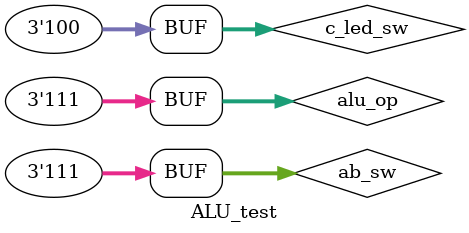
<source format=v>
`timescale 1ns / 10ps


module ALU_test;

	// Inputs
	reg [2:0] alu_op;
	reg [2:0] ab_sw;
	reg [2:0] c_led_sw;
	
	// Outputs
	wire [7:0] led;
	
	// Instantiate the Unit Under Test (UUT)
	ALU_module uut (
		.alu_op(alu_op), 
		.ab_sw(ab_sw), 
		.c_led_sw(c_led_sw), 
		.led(led)
	);
	
	initial begin
		// Initialize Inputs
		alu_op = 3'b000; ab_sw = 3'b000; c_led_sw = 3'b100;
	
		// Wait 10 ns for global reset to finish
		//and , parameters had been initialized , but if not change anyone of the params , the result will not change or show
		//#10;	alu_op = 3'b000 ; ab_sw = 3'b000 ; c_led_sw = 3'b000 ;
		#10;  alu_op = 3'b000; ab_sw = 3'b000; c_led_sw = 3'b000;
		#10;	ab_sw = 3'b001 ; #10;  c_led_sw = 3'b100 ;
		#10;	c_led_sw = 3'b000; ab_sw = 3'b010 ; #1;  c_led_sw = 3'b001;#1;  c_led_sw = 3'b010;#1;  c_led_sw = 3'b011;#2;  c_led_sw = 3'b100;
		#10;	c_led_sw = 3'b000; ab_sw = 3'b011 ; #1;  c_led_sw = 3'b001;#1;  c_led_sw = 3'b010;#1;  c_led_sw = 3'b011;#2;  c_led_sw = 3'b100;
		#10;	c_led_sw = 3'b000; ab_sw = 3'b100 ; #1;  c_led_sw = 3'b001;#1;  c_led_sw = 3'b010;#1;  c_led_sw = 3'b011;#2;  c_led_sw = 3'b100;
		#10;	c_led_sw = 3'b000; ab_sw = 3'b101 ; #1;  c_led_sw = 3'b001;#1;  c_led_sw = 3'b010;#1;  c_led_sw = 3'b011;#2;  c_led_sw = 3'b100;
		#10;	c_led_sw = 3'b000; ab_sw = 3'b110 ; #1;  c_led_sw = 3'b001;#1;  c_led_sw = 3'b010;#1;  c_led_sw = 3'b011;#2;  c_led_sw = 3'b100;
		#10;	c_led_sw = 3'b000; ab_sw = 3'b111 ; #1;  c_led_sw = 3'b001;#1;  c_led_sw = 3'b010;#1;  c_led_sw = 3'b011;#2;  c_led_sw = 3'b100;
		
		//or
		#10;  alu_op = 3'b001; ab_sw = 3'b000; c_led_sw = 3'b000;
		#10;	ab_sw = 3'b001 ; #10;  c_led_sw = 3'b100 ;
		#10;	c_led_sw = 3'b000; ab_sw = 3'b010 ; #1;  c_led_sw = 3'b001;#1;  c_led_sw = 3'b010;#1;  c_led_sw = 3'b011;#2;  c_led_sw = 3'b100;
		#10;	c_led_sw = 3'b000; ab_sw = 3'b011 ; #1;  c_led_sw = 3'b001;#1;  c_led_sw = 3'b010;#1;  c_led_sw = 3'b011;#2;  c_led_sw = 3'b100;
		#10;	c_led_sw = 3'b000; ab_sw = 3'b100 ; #1;  c_led_sw = 3'b001;#1;  c_led_sw = 3'b010;#1;  c_led_sw = 3'b011;#2;  c_led_sw = 3'b100;
		#10;	c_led_sw = 3'b000; ab_sw = 3'b101 ; #1;  c_led_sw = 3'b001;#1;  c_led_sw = 3'b010;#1;  c_led_sw = 3'b011;#2;  c_led_sw = 3'b100;
		#10;	c_led_sw = 3'b000; ab_sw = 3'b110 ; #1;  c_led_sw = 3'b001;#1;  c_led_sw = 3'b010;#1;  c_led_sw = 3'b011;#2;  c_led_sw = 3'b100;
		#10;	c_led_sw = 3'b000; ab_sw = 3'b111 ; #1;  c_led_sw = 3'b001;#1;  c_led_sw = 3'b010;#1;  c_led_sw = 3'b011;#2;  c_led_sw = 3'b100;
		
		//xor
		#10;  alu_op = 3'b010; ab_sw = 3'b000; c_led_sw = 3'b000;
		#10;	ab_sw = 3'b001 ; #10;  c_led_sw = 3'b100 ;
		#10;	c_led_sw = 3'b000; ab_sw = 3'b010 ; #1;  c_led_sw = 3'b001;#1;  c_led_sw = 3'b010;#1;  c_led_sw = 3'b011;#2;  c_led_sw = 3'b100;
		#10;	c_led_sw = 3'b000; ab_sw = 3'b011 ; #1;  c_led_sw = 3'b001;#1;  c_led_sw = 3'b010;#1;  c_led_sw = 3'b011;#2;  c_led_sw = 3'b100;
		#10;	c_led_sw = 3'b000; ab_sw = 3'b100 ; #1;  c_led_sw = 3'b001;#1;  c_led_sw = 3'b010;#1;  c_led_sw = 3'b011;#2;  c_led_sw = 3'b100;
		#10;	c_led_sw = 3'b000; ab_sw = 3'b101 ; #1;  c_led_sw = 3'b001;#1;  c_led_sw = 3'b010;#1;  c_led_sw = 3'b011;#2;  c_led_sw = 3'b100;
		#10;	c_led_sw = 3'b000; ab_sw = 3'b110 ; #1;  c_led_sw = 3'b001;#1;  c_led_sw = 3'b010;#1;  c_led_sw = 3'b011;#2;  c_led_sw = 3'b100;
		#10;	c_led_sw = 3'b000; ab_sw = 3'b111 ; #1;  c_led_sw = 3'b001;#1;  c_led_sw = 3'b010;#1;  c_led_sw = 3'b011;#2;  c_led_sw = 3'b100;
		
		//nor
		#10;  alu_op = 3'b011; ab_sw = 3'b000; c_led_sw = 3'b000;
		#10;	ab_sw = 3'b001 ; #10;  c_led_sw = 3'b100 ;
		#10;	c_led_sw = 3'b000; ab_sw = 3'b010 ; #1;  c_led_sw = 3'b001;#1;  c_led_sw = 3'b010;#1;  c_led_sw = 3'b011;#2;  c_led_sw = 3'b100;
		#10;	c_led_sw = 3'b000; ab_sw = 3'b011 ; #1;  c_led_sw = 3'b001;#1;  c_led_sw = 3'b010;#1;  c_led_sw = 3'b011;#2;  c_led_sw = 3'b100;
		#10;	c_led_sw = 3'b000; ab_sw = 3'b100 ; #1;  c_led_sw = 3'b001;#1;  c_led_sw = 3'b010;#1;  c_led_sw = 3'b011;#2;  c_led_sw = 3'b100;
		#10;	c_led_sw = 3'b000; ab_sw = 3'b101 ; #1;  c_led_sw = 3'b001;#1;  c_led_sw = 3'b010;#1;  c_led_sw = 3'b011;#2;  c_led_sw = 3'b100;
		#10;	c_led_sw = 3'b000; ab_sw = 3'b110 ; #1;  c_led_sw = 3'b001;#1;  c_led_sw = 3'b010;#1;  c_led_sw = 3'b011;#2;  c_led_sw = 3'b100;
		#10;	c_led_sw = 3'b000; ab_sw = 3'b111 ; #1;  c_led_sw = 3'b001;#1;  c_led_sw = 3'b010;#1;  c_led_sw = 3'b011;#2;  c_led_sw = 3'b100;
		
		//add
		#10;  alu_op = 3'b100; ab_sw = 3'b000; c_led_sw = 3'b000;
		#10;	ab_sw = 3'b001 ; #10;  c_led_sw = 3'b100 ;
		#10;	c_led_sw = 3'b000; ab_sw = 3'b010 ; #1;  c_led_sw = 3'b001;#1;  c_led_sw = 3'b010;#1;  c_led_sw = 3'b011;#2;  c_led_sw = 3'b100;
		#10;	c_led_sw = 3'b000; ab_sw = 3'b011 ; #1;  c_led_sw = 3'b001;#1;  c_led_sw = 3'b010;#1;  c_led_sw = 3'b011;#2;  c_led_sw = 3'b100;
		#10;	c_led_sw = 3'b000; ab_sw = 3'b100 ; #1;  c_led_sw = 3'b001;#1;  c_led_sw = 3'b010;#1;  c_led_sw = 3'b011;#2;  c_led_sw = 3'b100;
		#10;	c_led_sw = 3'b000; ab_sw = 3'b101 ; #1;  c_led_sw = 3'b001;#1;  c_led_sw = 3'b010;#1;  c_led_sw = 3'b011;#2;  c_led_sw = 3'b100;
		#10;	c_led_sw = 3'b000; ab_sw = 3'b110 ; #1;  c_led_sw = 3'b001;#1;  c_led_sw = 3'b010;#1;  c_led_sw = 3'b011;#2;  c_led_sw = 3'b100;
		#10;	c_led_sw = 3'b000; ab_sw = 3'b111 ; #1;  c_led_sw = 3'b001;#1;  c_led_sw = 3'b010;#1;  c_led_sw = 3'b011;#2;  c_led_sw = 3'b100;
		
		//sub
		#10;  alu_op = 3'b101; ab_sw = 3'b000; c_led_sw = 3'b000;
		#10;	ab_sw = 3'b001 ; #10;  c_led_sw = 3'b100 ;
		#10;	c_led_sw = 3'b000; ab_sw = 3'b010 ; #1;  c_led_sw = 3'b001;#1;  c_led_sw = 3'b010;#1;  c_led_sw = 3'b011;#2;  c_led_sw = 3'b100;
		#10;	c_led_sw = 3'b000; ab_sw = 3'b011 ; #1;  c_led_sw = 3'b001;#1;  c_led_sw = 3'b010;#1;  c_led_sw = 3'b011;#2;  c_led_sw = 3'b100;
		#10;	c_led_sw = 3'b000; ab_sw = 3'b100 ; #1;  c_led_sw = 3'b001;#1;  c_led_sw = 3'b010;#1;  c_led_sw = 3'b011;#2;  c_led_sw = 3'b100;
		#10;	c_led_sw = 3'b000; ab_sw = 3'b101 ; #1;  c_led_sw = 3'b001;#1;  c_led_sw = 3'b010;#1;  c_led_sw = 3'b011;#2;  c_led_sw = 3'b100;
		#10;	c_led_sw = 3'b000; ab_sw = 3'b110 ; #1;  c_led_sw = 3'b001;#1;  c_led_sw = 3'b010;#1;  c_led_sw = 3'b011;#2;  c_led_sw = 3'b100;
		#10;	c_led_sw = 3'b000; ab_sw = 3'b111 ; #1;  c_led_sw = 3'b001;#1;  c_led_sw = 3'b010;#1;  c_led_sw = 3'b011;#2;  c_led_sw = 3'b100;
		
		//slt
		#10;  alu_op = 3'b110; ab_sw = 3'b000; c_led_sw = 3'b000;
		#10;	ab_sw = 3'b001 ; #10;  c_led_sw = 3'b100 ;
		#10;	c_led_sw = 3'b000; ab_sw = 3'b010 ; #1;  c_led_sw = 3'b001;#1;  c_led_sw = 3'b010;#1;  c_led_sw = 3'b011;#2;  c_led_sw = 3'b100;
		#10;	c_led_sw = 3'b000; ab_sw = 3'b011 ; #1;  c_led_sw = 3'b001;#1;  c_led_sw = 3'b010;#1;  c_led_sw = 3'b011;#2;  c_led_sw = 3'b100;
		#10;	c_led_sw = 3'b000; ab_sw = 3'b100 ; #1;  c_led_sw = 3'b001;#1;  c_led_sw = 3'b010;#1;  c_led_sw = 3'b011;#2;  c_led_sw = 3'b100;
		#10;	c_led_sw = 3'b000; ab_sw = 3'b101 ; #1;  c_led_sw = 3'b001;#1;  c_led_sw = 3'b010;#1;  c_led_sw = 3'b011;#2;  c_led_sw = 3'b100;
		#10;	c_led_sw = 3'b000; ab_sw = 3'b110 ; #1;  c_led_sw = 3'b001;#1;  c_led_sw = 3'b010;#1;  c_led_sw = 3'b011;#2;  c_led_sw = 3'b100;
		#10;	c_led_sw = 3'b000; ab_sw = 3'b111 ; #1;  c_led_sw = 3'b001;#1;  c_led_sw = 3'b010;#1;  c_led_sw = 3'b011;#2;  c_led_sw = 3'b100;
		
		//sll
		#10;  alu_op = 3'b111; ab_sw = 3'b000; c_led_sw = 3'b000;
		#10;	ab_sw = 3'b001 ; #10;  c_led_sw = 3'b100 ;
		#10;	c_led_sw = 3'b000; ab_sw = 3'b010 ; #1;  c_led_sw = 3'b001;#1;  c_led_sw = 3'b010;#1;  c_led_sw = 3'b011;#2;  c_led_sw = 3'b100;
		#10;	c_led_sw = 3'b000; ab_sw = 3'b011 ; #1;  c_led_sw = 3'b001;#1;  c_led_sw = 3'b010;#1;  c_led_sw = 3'b011;#2;  c_led_sw = 3'b100;
		#10;	c_led_sw = 3'b000; ab_sw = 3'b100 ; #1;  c_led_sw = 3'b001;#1;  c_led_sw = 3'b010;#1;  c_led_sw = 3'b011;#2;  c_led_sw = 3'b100;
		#10;	c_led_sw = 3'b000; ab_sw = 3'b101 ; #1;  c_led_sw = 3'b001;#1;  c_led_sw = 3'b010;#1;  c_led_sw = 3'b011;#2;  c_led_sw = 3'b100;
		#10;	c_led_sw = 3'b000; ab_sw = 3'b110 ; #1;  c_led_sw = 3'b001;#1;  c_led_sw = 3'b010;#1;  c_led_sw = 3'b011;#2;  c_led_sw = 3'b100;
		#10;	c_led_sw = 3'b000; ab_sw = 3'b111 ; #1;  c_led_sw = 3'b001;#1;  c_led_sw = 3'b010;#1;  c_led_sw = 3'b011;#2;  c_led_sw = 3'b100;
   
		// Add stimulus here
	
	end

endmodule


</source>
